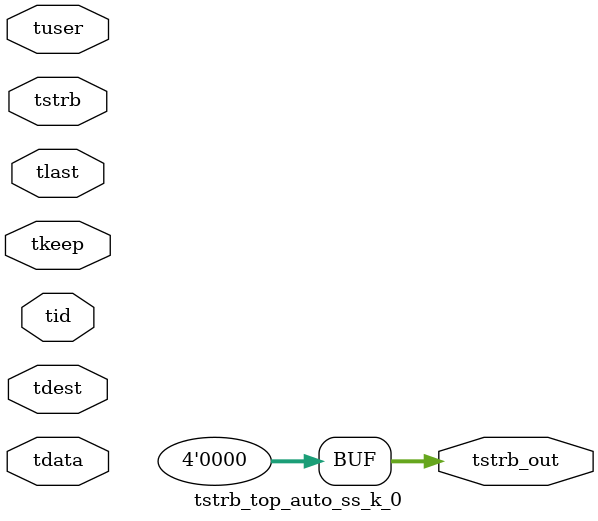
<source format=v>


`timescale 1ps/1ps

module tstrb_top_auto_ss_k_0 #
(
parameter C_S_AXIS_TDATA_WIDTH = 32,
parameter C_S_AXIS_TUSER_WIDTH = 0,
parameter C_S_AXIS_TID_WIDTH   = 0,
parameter C_S_AXIS_TDEST_WIDTH = 0,
parameter C_M_AXIS_TDATA_WIDTH = 32
)
(
input  [(C_S_AXIS_TDATA_WIDTH == 0 ? 1 : C_S_AXIS_TDATA_WIDTH)-1:0     ] tdata,
input  [(C_S_AXIS_TUSER_WIDTH == 0 ? 1 : C_S_AXIS_TUSER_WIDTH)-1:0     ] tuser,
input  [(C_S_AXIS_TID_WIDTH   == 0 ? 1 : C_S_AXIS_TID_WIDTH)-1:0       ] tid,
input  [(C_S_AXIS_TDEST_WIDTH == 0 ? 1 : C_S_AXIS_TDEST_WIDTH)-1:0     ] tdest,
input  [(C_S_AXIS_TDATA_WIDTH/8)-1:0 ] tkeep,
input  [(C_S_AXIS_TDATA_WIDTH/8)-1:0 ] tstrb,
input                                                                    tlast,
output [(C_M_AXIS_TDATA_WIDTH/8)-1:0 ] tstrb_out
);

assign tstrb_out = {1'b0};

endmodule


</source>
